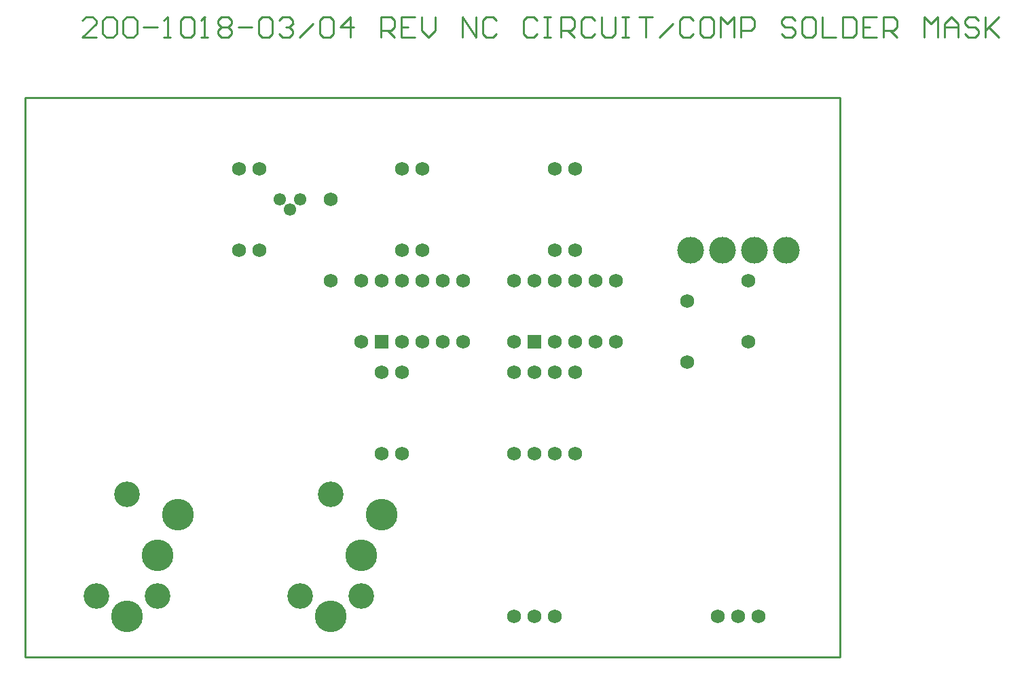
<source format=gbs>
*%FSLAX23Y23*%
*%MOIN*%
G01*
%ADD11C,0.006*%
%ADD12C,0.007*%
%ADD13C,0.008*%
%ADD14C,0.010*%
%ADD15C,0.012*%
%ADD16C,0.032*%
%ADD17C,0.036*%
%ADD18C,0.050*%
%ADD19C,0.052*%
%ADD20C,0.055*%
%ADD21C,0.056*%
%ADD22C,0.060*%
%ADD23C,0.061*%
%ADD24C,0.062*%
%ADD25C,0.068*%
%ADD26C,0.070*%
%ADD27C,0.080*%
%ADD28C,0.090*%
%ADD29C,0.095*%
%ADD30C,0.115*%
%ADD31C,0.120*%
%ADD32C,0.125*%
%ADD33C,0.126*%
%ADD34C,0.131*%
%ADD35C,0.150*%
%ADD36C,0.156*%
%ADD37R,0.062X0.062*%
%ADD38R,0.068X0.068*%
D14*
X8038Y9531D02*
X8105D01*
X8038D02*
X8105Y9598D01*
Y9614D01*
X8088Y9631D01*
X8055D01*
X8038Y9614D01*
X8138D02*
X8155Y9631D01*
X8188D01*
X8205Y9614D01*
Y9548D01*
X8188Y9531D01*
X8155D01*
X8138Y9548D01*
Y9614D01*
X8238D02*
X8255Y9631D01*
X8288D01*
X8305Y9614D01*
Y9548D01*
X8288Y9531D01*
X8255D01*
X8238Y9548D01*
Y9614D01*
X8338Y9581D02*
X8405D01*
X8438Y9531D02*
X8471D01*
X8455D01*
Y9631D01*
X8456D01*
X8455D02*
X8438Y9614D01*
X8521D02*
X8538Y9631D01*
X8571D01*
X8588Y9614D01*
Y9548D01*
X8571Y9531D01*
X8538D01*
X8521Y9548D01*
Y9614D01*
X8621Y9531D02*
X8654D01*
X8638D01*
Y9631D01*
X8639D01*
X8638D02*
X8621Y9614D01*
X8704D02*
X8721Y9631D01*
X8754D01*
X8771Y9614D01*
Y9598D01*
X8754Y9581D01*
X8771Y9564D01*
Y9548D01*
X8754Y9531D01*
X8721D01*
X8704Y9548D01*
Y9564D01*
X8721Y9581D01*
X8704Y9598D01*
Y9614D01*
X8721Y9581D02*
X8754D01*
X8804D02*
X8871D01*
X8904Y9614D02*
X8921Y9631D01*
X8954D01*
X8971Y9614D01*
Y9548D01*
X8954Y9531D01*
X8921D01*
X8904Y9548D01*
Y9614D01*
X9004D02*
X9021Y9631D01*
X9054D01*
X9071Y9614D01*
Y9598D01*
X9072D01*
X9071D02*
X9072D01*
X9071D02*
X9072D01*
X9071D02*
X9054Y9581D01*
X9038D01*
X9054D01*
X9071Y9564D01*
Y9548D01*
X9054Y9531D01*
X9021D01*
X9004Y9548D01*
X9104Y9531D02*
X9171Y9598D01*
X9204Y9614D02*
X9221Y9631D01*
X9254D01*
X9271Y9614D01*
Y9548D01*
X9254Y9531D01*
X9221D01*
X9204Y9548D01*
Y9614D01*
X9354Y9631D02*
Y9531D01*
X9304Y9581D02*
X9354Y9631D01*
X9371Y9581D02*
X9304D01*
X9504Y9531D02*
Y9631D01*
X9554D01*
X9571Y9614D01*
Y9581D01*
X9554Y9564D01*
X9504D01*
X9538D02*
X9571Y9531D01*
X9604Y9631D02*
X9671D01*
X9604D02*
Y9531D01*
X9671D01*
X9637Y9581D02*
X9604D01*
X9704Y9564D02*
Y9631D01*
Y9564D02*
X9737Y9531D01*
X9771Y9564D01*
Y9631D01*
X9904D02*
Y9531D01*
X9971D02*
X9904Y9631D01*
X9971D02*
Y9531D01*
X10071Y9614D02*
X10054Y9631D01*
X10021D01*
X10004Y9614D01*
Y9548D01*
X10021Y9531D01*
X10054D01*
X10071Y9548D01*
X10254Y9631D02*
X10271Y9614D01*
X10254Y9631D02*
X10221D01*
X10204Y9614D01*
Y9548D01*
X10221Y9531D01*
X10254D01*
X10271Y9548D01*
X10304Y9631D02*
X10337D01*
X10321D01*
Y9531D01*
X10304D01*
X10337D01*
X10387D02*
Y9631D01*
X10437D01*
X10454Y9614D01*
Y9581D01*
X10437Y9564D01*
X10387D01*
X10421D02*
X10454Y9531D01*
X10554Y9614D02*
X10537Y9631D01*
X10504D01*
X10487Y9614D01*
Y9548D01*
X10504Y9531D01*
X10537D01*
X10554Y9548D01*
X10587D02*
Y9631D01*
Y9548D02*
X10604Y9531D01*
X10637D01*
X10654Y9548D01*
Y9631D01*
X10687D02*
X10720D01*
X10704D01*
Y9531D01*
X10687D01*
X10720D01*
X10770Y9631D02*
X10837D01*
X10804D01*
Y9531D01*
X10870D02*
X10937Y9598D01*
X11020Y9631D02*
X11037Y9614D01*
X11020Y9631D02*
X10987D01*
X10970Y9614D01*
Y9548D01*
X10987Y9531D01*
X11020D01*
X11037Y9548D01*
X11087Y9631D02*
X11120D01*
X11087D02*
X11070Y9614D01*
Y9548D01*
X11087Y9531D01*
X11120D01*
X11137Y9548D01*
Y9614D01*
X11120Y9631D01*
X11170D02*
Y9531D01*
X11204Y9598D02*
X11170Y9631D01*
X11204Y9598D02*
X11237Y9631D01*
Y9531D01*
X11270D02*
Y9631D01*
X11320D01*
X11337Y9614D01*
Y9581D01*
X11320Y9564D01*
X11270D01*
X11520Y9631D02*
X11537Y9614D01*
X11520Y9631D02*
X11487D01*
X11470Y9614D01*
Y9598D01*
X11487Y9581D01*
X11520D01*
X11537Y9564D01*
Y9548D01*
X11520Y9531D01*
X11487D01*
X11470Y9548D01*
X11587Y9631D02*
X11620D01*
X11587D02*
X11570Y9614D01*
Y9548D01*
X11587Y9531D01*
X11620D01*
X11637Y9548D01*
Y9614D01*
X11620Y9631D01*
X11670D02*
Y9531D01*
X11737D01*
X11770D02*
Y9631D01*
Y9531D02*
X11820D01*
X11837Y9548D01*
Y9614D01*
X11820Y9631D01*
X11770D01*
X11870D02*
X11937D01*
X11870D02*
Y9531D01*
X11937D01*
X11903Y9581D02*
X11870D01*
X11970Y9531D02*
Y9631D01*
X12020D01*
X12037Y9614D01*
Y9581D01*
X12020Y9564D01*
X11970D01*
X12003D02*
X12037Y9531D01*
X12170D02*
Y9631D01*
X12203Y9598D01*
X12237Y9631D01*
Y9531D01*
X12270D02*
Y9598D01*
X12303Y9631D01*
X12337Y9598D01*
Y9531D01*
Y9581D01*
X12270D01*
X12420Y9631D02*
X12437Y9614D01*
X12420Y9631D02*
X12387D01*
X12370Y9614D01*
Y9598D01*
X12387Y9581D01*
X12420D01*
X12437Y9564D01*
Y9548D01*
X12420Y9531D01*
X12387D01*
X12370Y9548D01*
X12470Y9531D02*
Y9631D01*
Y9564D02*
Y9531D01*
Y9564D02*
X12537Y9631D01*
X12487Y9581D01*
X12537Y9531D01*
X11758Y9236D02*
X7758D01*
Y6486D02*
X11758D01*
X7758D02*
Y9236D01*
X11758D02*
Y6486D01*
D23*
X9008Y8736D02*
D03*
X9058Y8686D02*
D03*
X9108Y8736D02*
D03*
D25*
X10358Y8486D02*
D03*
Y8886D02*
D03*
X10458Y8486D02*
D03*
Y8886D02*
D03*
X11308Y8336D02*
D03*
Y8036D02*
D03*
X11008Y7936D02*
D03*
Y8236D02*
D03*
X10658Y8336D02*
D03*
Y8036D02*
D03*
X9908Y8336D02*
D03*
Y8036D02*
D03*
X10258Y8336D02*
D03*
X10358D02*
D03*
X10458D02*
D03*
X10558D02*
D03*
Y8036D02*
D03*
X10458D02*
D03*
X10358D02*
D03*
Y7886D02*
D03*
Y7486D02*
D03*
X10258Y7886D02*
D03*
Y7486D02*
D03*
X10458Y7886D02*
D03*
Y7486D02*
D03*
X10158D02*
D03*
Y7886D02*
D03*
Y8036D02*
D03*
Y8336D02*
D03*
X10258Y6686D02*
D03*
X10158D02*
D03*
X10358D02*
D03*
X11258D02*
D03*
X11158D02*
D03*
X11358D02*
D03*
X8808Y8486D02*
D03*
Y8886D02*
D03*
X9608Y8486D02*
D03*
Y8886D02*
D03*
X9708Y8486D02*
D03*
Y8886D02*
D03*
X8908D02*
D03*
Y8486D02*
D03*
X9508Y8336D02*
D03*
X9608D02*
D03*
X9708D02*
D03*
X9808D02*
D03*
Y8036D02*
D03*
X9708D02*
D03*
X9608D02*
D03*
Y7486D02*
D03*
Y7886D02*
D03*
X9408Y8036D02*
D03*
Y8336D02*
D03*
X9508Y7886D02*
D03*
Y7486D02*
D03*
X9258Y8736D02*
D03*
Y8336D02*
D03*
D33*
Y7286D02*
D03*
X9408Y6786D02*
D03*
X9108D02*
D03*
X8258Y7286D02*
D03*
X8408Y6786D02*
D03*
X8108D02*
D03*
D34*
X11180Y8486D02*
D03*
X11492D02*
D03*
X11024D02*
D03*
X11336D02*
D03*
D36*
X9258Y6686D02*
D03*
X9408Y6986D02*
D03*
X9508Y7186D02*
D03*
X8258Y6686D02*
D03*
X8408Y6986D02*
D03*
X8508Y7186D02*
D03*
D38*
X10258Y8036D02*
D03*
X9508D02*
D03*
M02*

</source>
